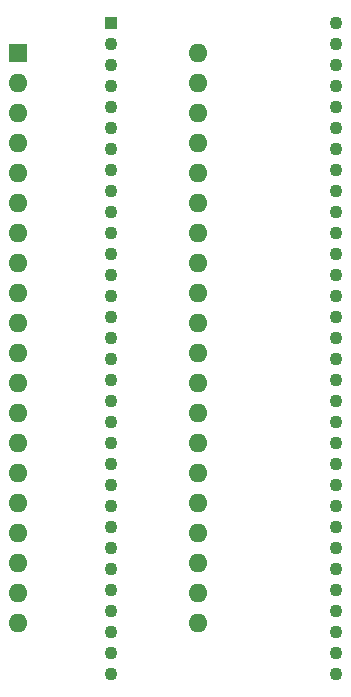
<source format=gts>
G04 #@! TF.GenerationSoftware,KiCad,Pcbnew,(6.0.0)*
G04 #@! TF.CreationDate,2023-01-29T20:40:06-05:00*
G04 #@! TF.ProjectId,tms7000 64 pin narrow adapter,746d7337-3030-4302-9036-342070696e20,rev?*
G04 #@! TF.SameCoordinates,Original*
G04 #@! TF.FileFunction,Soldermask,Top*
G04 #@! TF.FilePolarity,Negative*
%FSLAX46Y46*%
G04 Gerber Fmt 4.6, Leading zero omitted, Abs format (unit mm)*
G04 Created by KiCad (PCBNEW (6.0.0)) date 2023-01-29 20:40:06*
%MOMM*%
%LPD*%
G01*
G04 APERTURE LIST*
%ADD10R,1.600000X1.600000*%
%ADD11O,1.600000X1.600000*%
%ADD12R,1.100000X1.100000*%
%ADD13C,1.100000*%
G04 APERTURE END LIST*
D10*
X115565000Y-52837000D03*
D11*
X115565000Y-55377000D03*
X115565000Y-57917000D03*
X115565000Y-60457000D03*
X115565000Y-62997000D03*
X115565000Y-65537000D03*
X115565000Y-68077000D03*
X115565000Y-70617000D03*
X115565000Y-73157000D03*
X115565000Y-75697000D03*
X115565000Y-78237000D03*
X115565000Y-80777000D03*
X115565000Y-83317000D03*
X115565000Y-85857000D03*
X115565000Y-88397000D03*
X115565000Y-90937000D03*
X115565000Y-93477000D03*
X115565000Y-96017000D03*
X115565000Y-98557000D03*
X115565000Y-101097000D03*
X130805000Y-101097000D03*
X130805000Y-98557000D03*
X130805000Y-96017000D03*
X130805000Y-93477000D03*
X130805000Y-90937000D03*
X130805000Y-88397000D03*
X130805000Y-85857000D03*
X130805000Y-83317000D03*
X130805000Y-80777000D03*
X130805000Y-78237000D03*
X130805000Y-75697000D03*
X130805000Y-73157000D03*
X130805000Y-70617000D03*
X130805000Y-68077000D03*
X130805000Y-65537000D03*
X130805000Y-62997000D03*
X130805000Y-60457000D03*
X130805000Y-57917000D03*
X130805000Y-55377000D03*
X130805000Y-52837000D03*
D12*
X123444000Y-50292000D03*
D13*
X123444000Y-52070000D03*
X123444000Y-53848000D03*
X123444000Y-55626000D03*
X123444000Y-57404000D03*
X123444000Y-59182000D03*
X123444000Y-60960000D03*
X123444000Y-62738000D03*
X123444000Y-64516000D03*
X123444000Y-66294000D03*
X123444000Y-68072000D03*
X123444000Y-69850000D03*
X123444000Y-71628000D03*
X123444000Y-73406000D03*
X123444000Y-75184000D03*
X123444000Y-76962000D03*
X123444000Y-78740000D03*
X123444000Y-80518000D03*
X123444000Y-82296000D03*
X123444000Y-84074000D03*
X123444000Y-85852000D03*
X123444000Y-87630000D03*
X123444000Y-89408000D03*
X123444000Y-91186000D03*
X123444000Y-92964000D03*
X123444000Y-94742000D03*
X123444000Y-96520000D03*
X123444000Y-98298000D03*
X123444000Y-100076000D03*
X123444000Y-101854000D03*
X123444000Y-103632000D03*
X123444000Y-105410000D03*
X142494000Y-105410000D03*
X142494000Y-103632000D03*
X142494000Y-101854000D03*
X142494000Y-100076000D03*
X142494000Y-98298000D03*
X142494000Y-96520000D03*
X142494000Y-94742000D03*
X142494000Y-92964000D03*
X142494000Y-91186000D03*
X142494000Y-89408000D03*
X142494000Y-87630000D03*
X142494000Y-85852000D03*
X142494000Y-84074000D03*
X142494000Y-82296000D03*
X142494000Y-80518000D03*
X142494000Y-78740000D03*
X142494000Y-76962000D03*
X142494000Y-75184000D03*
X142494000Y-73406000D03*
X142494000Y-71628000D03*
X142494000Y-69850000D03*
X142494000Y-68072000D03*
X142494000Y-66294000D03*
X142494000Y-64516000D03*
X142494000Y-62738000D03*
X142494000Y-60960000D03*
X142494000Y-59182000D03*
X142494000Y-57404000D03*
X142494000Y-55626000D03*
X142494000Y-53848000D03*
X142494000Y-52070000D03*
X142494000Y-50292000D03*
M02*

</source>
